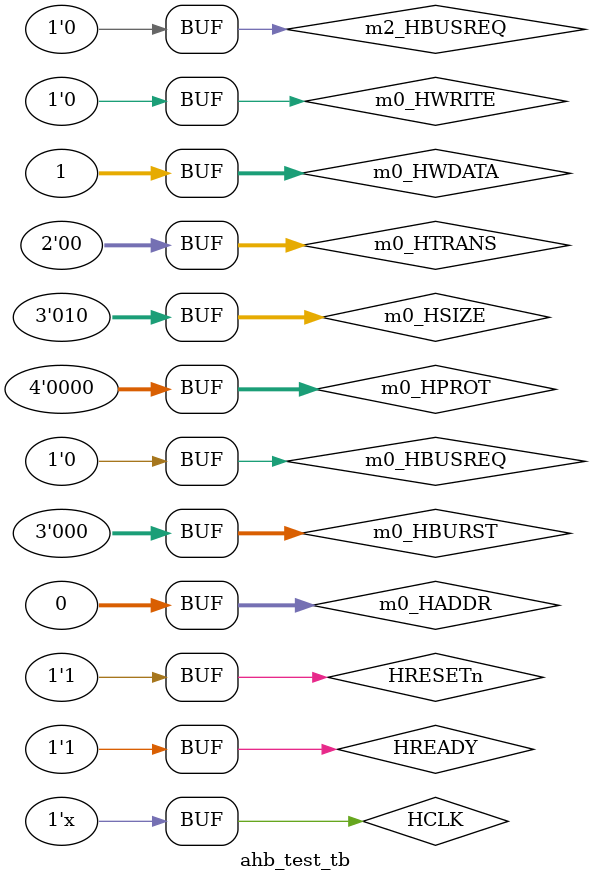
<source format=v>
`include "ahb_macro_h.v"
`include "amba_h.v"
`timescale 1ns / 1ps
module ahb_test_tb;

// Inputs
reg HCLK;
reg HRESETn;
reg [1:0] m0_HTRANS;
reg [2:0] m0_HBURST;
reg [2:0] m0_HSIZE;
reg [3:0] m0_HPROT;
reg [31:0] m0_HADDR;
reg m0_HWRITE;
reg [31:0] m0_HWDATA;
reg m0_HBUSREQ;
reg m2_HBUSREQ;

// Outputs
wire HREADY;
wire [1:0] HRESP;
wire [31:0] HRDATA;
wire [7:0] HSEL;
wire [1:0] HTRANS;
wire [2:0] HBURST;
wire [2:0] HSIZE;
wire [31:0] HADDR;
wire HWRITE;
wire [31:0] HWDATA;
wire [7:0] HSPLIT;

// Instantiate the Unit Under Test (UUT)
ahb_test uut (
    .HCLK(HCLK), 
    .HRESETn(HRESETn),
    .m0_HTRANS(m0_HTRANS), .m0_HBURST(m0_HBURST), .m0_HSIZE(m0_HSIZE), .m0_HPROT(m0_HPROT), 
    .m0_HADDR(m0_HADDR), .m0_HWRITE(m0_HWRITE), .m0_HWDATA(m0_HWDATA),
    .m0_HBUSREQ(m0_HBUSREQ), .m2_HBUSREQ(m2_HBUSREQ),
    .HREADY(HREADY), .HRESP(HRESP), .HRDATA(HRDATA),
    .HSEL(HSEL), .HTRANS(HTRANS), .HBURST(HBURST), .HSIZE(HSIZE), .HADDR(HADDR), .HWRITE(HWRITE), .HWDATA(HWDATA), .HSPLIT(HSPLIT)
);

initial begin
	m2_HBUSREQ <=1'b0;
end

assign HREADY =1'b1;

always #20 HCLK = !HCLK; // Clock period of 10 ns

initial begin
    // Initialize Inputs
    HCLK <= 1;
    HRESETn <= 0;
	#20 HRESETn <=1;
end



initial begin
	m0_HBUSREQ <=1;
	#200 m0_HBUSREQ <=0;
end

initial begin
	#40 m0_HSIZE <= 3'b010;
end

initial begin
	#40 m0_HTRANS <= 2'b10;
	#200 m0_HTRANS <= 2'b00;
end
initial begin
    m0_HPROT = 0;
end
initial begin
   #40 m0_HADDR <= 32'h04006030;
   #40 m0_HADDR <= 32'h0400610C;
   #40 m0_HADDR <= 32'h04006100;
   #40 m0_HADDR <= 32'h04006104;
   #40 m0_HADDR <= 32'h04006110;
   #40 m0_HADDR <= 32'h00000000;
end

initial begin
	#40 m0_HBURST <= 3'b000;
end

initial begin
    #40 m0_HWRITE <= 1;
	#200 m0_HWRITE <= 0;
end

initial
begin
   #80 m0_HWDATA <= 32'h00000001;
   #40 m0_HWDATA <= 32'h00003078;
   #40 m0_HWDATA <= 32'h3C001000;
   #40 m0_HWDATA <= 32'h38002000;
   #40 m0_HWDATA <= 32'h00000001;
end


endmodule

</source>
